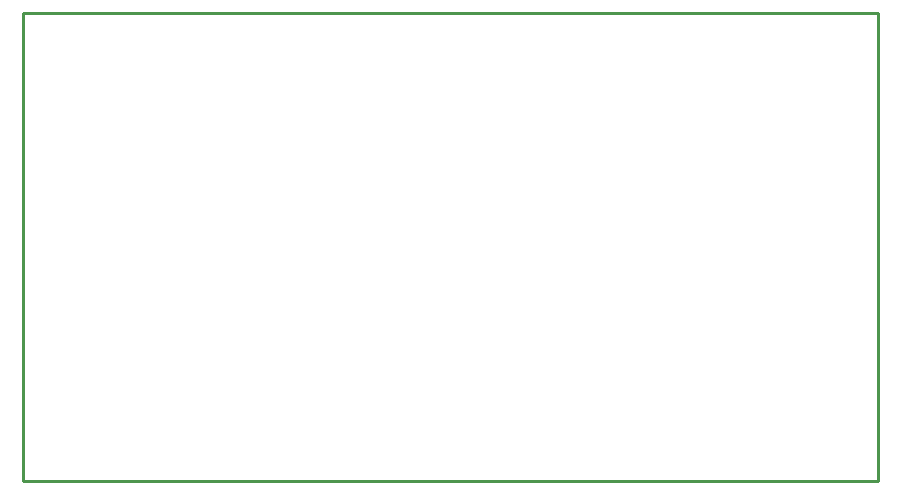
<source format=gko>
G04*
G04 #@! TF.GenerationSoftware,Altium Limited,Altium Designer,25.2.1 (25)*
G04*
G04 Layer_Color=16711935*
%FSLAX25Y25*%
%MOIN*%
G70*
G04*
G04 #@! TF.SameCoordinates,F9EB4FB7-7235-4222-B540-9B3DE50980C4*
G04*
G04*
G04 #@! TF.FilePolarity,Positive*
G04*
G01*
G75*
%ADD14C,0.01000*%
D14*
X0Y0D02*
X285000D01*
Y156000D01*
X0D02*
X285000D01*
X0Y0D02*
Y156000D01*
M02*

</source>
